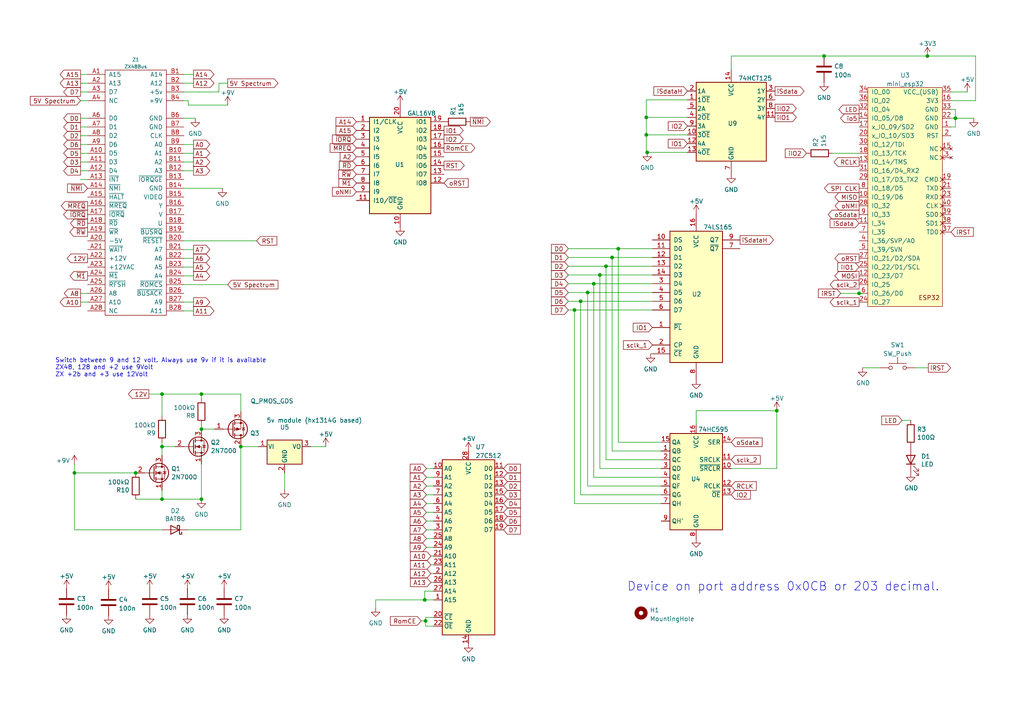
<source format=kicad_sch>
(kicad_sch (version 20250114) (generator "eeschema") (generator_version "9.0")
  (paper "A4")
  (text "Device on port address 0x0CB or 203 decimal." (at 181.864 171.704 0) (effects (font (size 2.5 2.5)) (justify left bottom)))
  (text "Switch between 9 and 12 volt. Always use 9v if it is available\nZX48, 128 and +2 use 9Volt\nZX +2b and +3 use 12Volt" (at 16.002 106.68 0) (effects (font (size 1.27 1.27)) (justify left)))
  (junction (at 175.768 77.216))
  (junction (at 187.452 34.036))
  (junction (at 46.99 114.3))
  (junction (at 179.324 72.136))
  (junction (at 173.99 79.756))
  (junction (at 187.452 39.116))
  (junction (at 268.986 16.256))
  (junction (at 39.37 137.16))
  (junction (at 46.99 144.78))
  (junction (at 187.706 44.196))
  (junction (at 172.212 82.296))
  (junction (at 170.434 84.836))
  (junction (at 123.19 173.99))
  (junction (at 177.546 74.676))
  (junction (at 239.014 16.256))
  (junction (at 58.42 114.3))
  (junction (at 46.99 129.54))
  (junction (at 21.59 137.16))
  (junction (at 225.298 119.126))
  (junction (at 58.42 124.46))
  (junction (at 168.402 87.376))
  (junction (at 69.85 129.54))
  (junction (at 123.444 180.086))
  (junction (at 58.42 144.78))
  (junction (at 166.624 89.916))
  (junction (at 277.114 34.29))
  (junction (at 249.174 85.09))
  (wire (pts (xy 164.846 79.756) (xy 173.99 79.756)))
  (wire (pts (xy 173.99 135.89) (xy 191.77 135.89)))
  (wire (pts (xy 53.34 46.99) (xy 56.134 46.99)))
  (wire (pts (xy 46.99 144.78) (xy 58.42 144.78)))
  (wire (pts (xy 275.844 31.75) (xy 277.114 31.75)))
  (wire (pts (xy 187.452 39.116) (xy 199.39 39.116)))
  (wire (pts (xy 168.402 143.51) (xy 168.402 87.376)))
  (wire (pts (xy 66.04 24.13) (xy 63.5 24.13)))
  (wire (pts (xy 187.452 28.956) (xy 199.39 28.956)))
  (wire (pts (xy 164.846 74.676) (xy 177.546 74.676)))
  (wire (pts (xy 177.546 74.676) (xy 177.546 130.81)))
  (wire (pts (xy 277.114 36.83) (xy 277.114 34.29)))
  (wire (pts (xy 21.59 137.16) (xy 39.37 137.16)))
  (wire (pts (xy 124.968 163.83) (xy 125.73 163.83)))
  (wire (pts (xy 225.298 119.126) (xy 225.298 135.89)))
  (wire (pts (xy 25.4 44.45) (xy 23.368 44.45)))
  (wire (pts (xy 125.73 171.45) (xy 123.19 171.45)))
  (wire (pts (xy 199.39 44.196) (xy 187.706 44.196)))
  (wire (pts (xy 125.73 143.51) (xy 123.698 143.51)))
  (wire (pts (xy 164.846 77.216) (xy 175.768 77.216)))
  (wire (pts (xy 191.77 138.43) (xy 172.212 138.43)))
  (wire (pts (xy 46.99 142.24) (xy 46.99 144.78)))
  (wire (pts (xy 25.4 49.53) (xy 23.368 49.53)))
  (wire (pts (xy 69.85 153.67) (xy 69.85 129.54)))
  (wire (pts (xy 25.4 34.29) (xy 23.368 34.29)))
  (wire (pts (xy 53.34 69.85) (xy 74.422 69.85)))
  (wire (pts (xy 199.39 34.036) (xy 187.452 34.036)))
  (wire (pts (xy 25.4 52.07) (xy 23.368 52.07)))
  (wire (pts (xy 189.23 79.756) (xy 173.99 79.756)))
  (wire (pts (xy 53.34 80.01) (xy 56.134 80.01)))
  (wire (pts (xy 243.84 85.09) (xy 249.174 85.09)))
  (wire (pts (xy 21.59 137.16) (xy 21.59 153.67)))
  (wire (pts (xy 124.968 168.91) (xy 125.73 168.91)))
  (wire (pts (xy 172.212 138.43) (xy 172.212 82.296)))
  (wire (pts (xy 277.114 31.75) (xy 277.114 34.29)))
  (wire (pts (xy 191.77 128.27) (xy 179.324 128.27)))
  (wire (pts (xy 53.34 82.55) (xy 66.04 82.55)))
  (wire (pts (xy 168.402 87.376) (xy 189.23 87.376)))
  (wire (pts (xy 53.34 77.47) (xy 56.134 77.47)))
  (wire (pts (xy 212.09 16.256) (xy 239.014 16.256)))
  (wire (pts (xy 123.444 180.086) (xy 123.444 181.61)))
  (wire (pts (xy 164.846 82.296) (xy 172.212 82.296)))
  (wire (pts (xy 241.554 44.45) (xy 249.174 44.45)))
  (wire (pts (xy 53.34 24.13) (xy 56.134 24.13)))
  (wire (pts (xy 173.99 79.756) (xy 173.99 135.89)))
  (wire (pts (xy 125.73 148.59) (xy 123.698 148.59)))
  (wire (pts (xy 164.846 89.916) (xy 166.624 89.916)))
  (wire (pts (xy 280.543 26.67) (xy 275.844 26.67)))
  (wire (pts (xy 25.4 24.13) (xy 23.368 24.13)))
  (wire (pts (xy 179.324 72.136) (xy 189.23 72.136)))
  (wire (pts (xy 46.99 129.54) (xy 46.99 132.08)))
  (wire (pts (xy 21.59 153.67) (xy 46.99 153.67)))
  (wire (pts (xy 25.4 39.37) (xy 23.368 39.37)))
  (wire (pts (xy 53.34 90.17) (xy 56.134 90.17)))
  (wire (pts (xy 275.844 36.83) (xy 277.114 36.83)))
  (wire (pts (xy 53.34 41.91) (xy 56.134 41.91)))
  (wire (pts (xy 189.23 89.916) (xy 166.624 89.916)))
  (wire (pts (xy 58.42 124.46) (xy 62.23 124.46)))
  (wire (pts (xy 123.698 158.75) (xy 125.73 158.75)))
  (wire (pts (xy 275.844 29.21) (xy 282.956 29.21)))
  (wire (pts (xy 170.434 84.836) (xy 170.434 140.97)))
  (wire (pts (xy 265.43 106.68) (xy 269.24 106.68)))
  (wire (pts (xy 125.73 173.99) (xy 123.19 173.99)))
  (wire (pts (xy 25.4 26.67) (xy 23.368 26.67)))
  (wire (pts (xy 25.4 36.83) (xy 23.368 36.83)))
  (wire (pts (xy 239.014 16.256) (xy 268.986 16.256)))
  (wire (pts (xy 212.09 135.89) (xy 225.298 135.89)))
  (wire (pts (xy 125.73 151.13) (xy 123.698 151.13)))
  (wire (pts (xy 58.42 134.62) (xy 58.42 144.78)))
  (wire (pts (xy 277.114 34.29) (xy 282.448 34.29)))
  (wire (pts (xy 25.4 46.99) (xy 23.368 46.99)))
  (wire (pts (xy 25.4 29.21) (xy 23.368 29.21)))
  (wire (pts (xy 172.212 82.296) (xy 189.23 82.296)))
  (wire (pts (xy 53.34 44.45) (xy 56.134 44.45)))
  (wire (pts (xy 123.19 171.45) (xy 123.19 173.99)))
  (wire (pts (xy 268.986 16.256) (xy 282.956 16.256)))
  (wire (pts (xy 189.23 84.836) (xy 170.434 84.836)))
  (wire (pts (xy 125.73 140.97) (xy 123.698 140.97)))
  (wire (pts (xy 125.73 179.07) (xy 123.444 179.07)))
  (wire (pts (xy 124.968 161.29) (xy 125.73 161.29)))
  (wire (pts (xy 53.34 34.29) (xy 56.642 34.29)))
  (wire (pts (xy 275.844 34.29) (xy 277.114 34.29)))
  (wire (pts (xy 124.968 166.37) (xy 125.73 166.37)))
  (wire (pts (xy 123.19 173.99) (xy 108.966 173.99)))
  (wire (pts (xy 69.85 129.54) (xy 74.93 129.54)))
  (wire (pts (xy 125.73 138.43) (xy 123.698 138.43)))
  (wire (pts (xy 187.452 34.036) (xy 187.452 39.116)))
  (wire (pts (xy 201.93 119.126) (xy 225.298 119.126)))
  (wire (pts (xy 108.966 173.99) (xy 108.966 176.276)))
  (wire (pts (xy 53.34 54.61) (xy 64.516 54.61)))
  (wire (pts (xy 282.956 16.256) (xy 282.956 29.21)))
  (wire (pts (xy 212.09 20.066) (xy 212.09 16.256)))
  (wire (pts (xy 53.34 26.67) (xy 63.5 26.67)))
  (wire (pts (xy 54.61 30.48) (xy 66.04 30.48)))
  (wire (pts (xy 69.85 119.38) (xy 69.85 114.3)))
  (wire (pts (xy 82.55 137.16) (xy 82.55 141.986)))
  (wire (pts (xy 21.59 134.62) (xy 21.59 137.16)))
  (wire (pts (xy 125.73 135.89) (xy 123.698 135.89)))
  (wire (pts (xy 177.546 130.81) (xy 191.77 130.81)))
  (wire (pts (xy 250.19 106.68) (xy 255.27 106.68)))
  (wire (pts (xy 187.452 28.956) (xy 187.452 34.036)))
  (wire (pts (xy 166.624 89.916) (xy 166.624 146.05)))
  (wire (pts (xy 53.34 87.63) (xy 56.134 87.63)))
  (wire (pts (xy 201.93 123.19) (xy 201.93 119.126)))
  (wire (pts (xy 46.99 114.3) (xy 46.99 120.65)))
  (wire (pts (xy 187.452 39.116) (xy 187.452 44.196)))
  (wire (pts (xy 170.434 140.97) (xy 191.77 140.97)))
  (wire (pts (xy 69.85 114.3) (xy 58.42 114.3)))
  (wire (pts (xy 122.174 180.086) (xy 123.444 180.086)))
  (wire (pts (xy 90.17 129.54) (xy 94.488 129.54)))
  (wire (pts (xy 25.4 85.09) (xy 23.368 85.09)))
  (wire (pts (xy 53.34 49.53) (xy 56.134 49.53)))
  (wire (pts (xy 25.4 87.63) (xy 23.368 87.63)))
  (wire (pts (xy 164.846 72.136) (xy 179.324 72.136)))
  (wire (pts (xy 249.174 85.09) (xy 250.19 85.09)))
  (wire (pts (xy 46.99 129.54) (xy 50.8 129.54)))
  (wire (pts (xy 125.73 146.05) (xy 123.698 146.05)))
  (wire (pts (xy 179.324 128.27) (xy 179.324 72.136)))
  (wire (pts (xy 53.34 21.59) (xy 56.134 21.59)))
  (wire (pts (xy 53.34 72.39) (xy 56.134 72.39)))
  (wire (pts (xy 54.61 29.21) (xy 54.61 30.48)))
  (wire (pts (xy 123.698 156.21) (xy 125.73 156.21)))
  (wire (pts (xy 164.846 84.836) (xy 170.434 84.836)))
  (wire (pts (xy 54.61 153.67) (xy 69.85 153.67)))
  (wire (pts (xy 58.42 123.19) (xy 58.42 124.46)))
  (wire (pts (xy 43.18 114.3) (xy 46.99 114.3)))
  (wire (pts (xy 261.62 121.92) (xy 264.16 121.92)))
  (wire (pts (xy 53.34 74.93) (xy 56.134 74.93)))
  (wire (pts (xy 53.34 29.21) (xy 54.61 29.21)))
  (wire (pts (xy 39.37 144.78) (xy 46.99 144.78)))
  (wire (pts (xy 46.99 114.3) (xy 58.42 114.3)))
  (wire (pts (xy 125.73 153.67) (xy 123.698 153.67)))
  (wire (pts (xy 166.624 146.05) (xy 191.77 146.05)))
  (wire (pts (xy 25.4 41.91) (xy 23.368 41.91)))
  (wire (pts (xy 175.768 133.35) (xy 175.768 77.216)))
  (wire (pts (xy 175.768 77.216) (xy 189.23 77.216)))
  (wire (pts (xy 189.23 74.676) (xy 177.546 74.676)))
  (wire (pts (xy 123.444 181.61) (xy 125.73 181.61)))
  (wire (pts (xy 191.77 133.35) (xy 175.768 133.35)))
  (wire (pts (xy 63.5 24.13) (xy 63.5 26.67)))
  (wire (pts (xy 123.444 179.07) (xy 123.444 180.086)))
  (wire (pts (xy 25.4 21.59) (xy 23.368 21.59)))
  (wire (pts (xy 187.706 44.196) (xy 187.452 44.196)))
  (wire (pts (xy 46.99 128.27) (xy 46.99 129.54)))
  (wire (pts (xy 58.42 114.3) (xy 58.42 115.57)))
  (wire (pts (xy 188.722 102.616) (xy 189.23 102.616)))
  (wire (pts (xy 191.77 143.51) (xy 168.402 143.51)))
  (wire (pts (xy 164.846 87.376) (xy 168.402 87.376)))
  (global_label "A0" (shape output) (at 56.134 41.91 0) (property "Intersheetrefs" "${INTERSHEET_REFS}" (effects (hide yes))))
  (global_label "iSdataH" (shape output) (at 214.63 69.596 0) (property "Intersheetrefs" "${INTERSHEET_REFS}" (effects (hide yes))))
  (global_label "D4" (shape output) (at 23.368 49.53 180) (property "Intersheetrefs" "${INTERSHEET_REFS}" (effects (hide yes))))
  (global_label "A10" (shape input) (at 124.968 161.29 180) (property "Intersheetrefs" "${INTERSHEET_REFS}" (effects (hide yes))))
  (global_label "D2" (shape input) (at 146.05 140.97 0) (property "Intersheetrefs" "${INTERSHEET_REFS}" (effects (hide yes))))
  (global_label "RomCE" (shape input) (at 122.174 180.086 180) (property "Intersheetrefs" "${INTERSHEET_REFS}" (effects (hide yes))))
  (global_label "A9" (shape output) (at 56.134 87.63 0) (property "Intersheetrefs" "${INTERSHEET_REFS}" (effects (hide yes))))
  (global_label "MOSI" (shape output) (at 249.174 80.01 180) (property "Intersheetrefs" "${INTERSHEET_REFS}" (effects (hide yes))))
  (global_label "D5" (shape input) (at 146.05 148.59 0) (property "Intersheetrefs" "${INTERSHEET_REFS}" (effects (hide yes))))
  (global_label "D7" (shape input) (at 164.846 89.916 180) (property "Intersheetrefs" "${INTERSHEET_REFS}" (effects (hide yes))))
  (global_label "sclk_2" (shape output) (at 249.174 82.55 180) (property "Intersheetrefs" "${INTERSHEET_REFS}" (effects (hide yes))))
  (global_label "D4" (shape input) (at 164.846 82.296 180) (property "Intersheetrefs" "${INTERSHEET_REFS}" (effects (hide yes))))
  (global_label "5V Spectrum" (shape input) (at 66.04 82.55 0) (property "Intersheetrefs" "${INTERSHEET_REFS}" (effects (hide yes))))
  (global_label "A12" (shape output) (at 56.134 24.13 0) (property "Intersheetrefs" "${INTERSHEET_REFS}" (effects (hide yes))))
  (global_label "SPI CLK" (shape output) (at 249.174 54.61 180) (property "Intersheetrefs" "${INTERSHEET_REFS}" (effects (hide yes))))
  (global_label "MISO" (shape output) (at 249.174 57.15 180) (property "Intersheetrefs" "${INTERSHEET_REFS}" (effects (hide yes))))
  (global_label "~{IORQ}" (shape input) (at 103.378 40.386 180) (property "Intersheetrefs" "${INTERSHEET_REFS}" (effects (hide yes))))
  (global_label "A6" (shape input) (at 123.698 151.13 180) (property "Intersheetrefs" "${INTERSHEET_REFS}" (effects (hide yes))))
  (global_label "D6" (shape input) (at 164.846 87.376 180) (property "Intersheetrefs" "${INTERSHEET_REFS}" (effects (hide yes))))
  (global_label "A4" (shape output) (at 56.134 80.01 0) (property "Intersheetrefs" "${INTERSHEET_REFS}" (effects (hide yes))))
  (global_label "io5" (shape output) (at 249.174 34.29 180) (property "Intersheetrefs" "${INTERSHEET_REFS}" (effects (hide yes))))
  (global_label "D7" (shape output) (at 23.368 26.67 180) (property "Intersheetrefs" "${INTERSHEET_REFS}" (effects (hide yes))))
  (global_label "D0" (shape input) (at 164.846 72.136 180) (property "Intersheetrefs" "${INTERSHEET_REFS}" (effects (hide yes))))
  (global_label "A10" (shape output) (at 23.368 87.63 180) (property "Intersheetrefs" "${INTERSHEET_REFS}" (effects (hide yes))))
  (global_label "D3" (shape output) (at 23.368 46.99 180) (property "Intersheetrefs" "${INTERSHEET_REFS}" (effects (hide yes))))
  (global_label "LED" (shape input) (at 261.62 121.92 180) (property "Intersheetrefs" "${INTERSHEET_REFS}" (effects (hide yes))))
  (global_label "iIO1" (shape output) (at 224.79 34.036 0) (property "Intersheetrefs" "${INTERSHEET_REFS}" (effects (hide yes))))
  (global_label "~{RW}" (shape output) (at 25.4 67.31 180) (property "Intersheetrefs" "${INTERSHEET_REFS}" (effects (hide yes))))
  (global_label "iRST" (shape output) (at 269.24 106.68 0) (property "Intersheetrefs" "${INTERSHEET_REFS}" (effects (hide yes))))
  (global_label "iIO1" (shape input) (at 249.174 77.47 180) (property "Intersheetrefs" "${INTERSHEET_REFS}" (effects (hide yes))))
  (global_label "D2" (shape output) (at 23.368 39.37 180) (property "Intersheetrefs" "${INTERSHEET_REFS}" (effects (hide yes))))
  (global_label "IO2" (shape input) (at 199.39 36.576 180) (property "Intersheetrefs" "${INTERSHEET_REFS}" (effects (hide yes))))
  (global_label "IO1" (shape input) (at 189.23 94.996 180) (property "Intersheetrefs" "${INTERSHEET_REFS}" (effects (hide yes))))
  (global_label "A3" (shape input) (at 123.698 143.51 180) (property "Intersheetrefs" "${INTERSHEET_REFS}" (effects (hide yes))))
  (global_label "A2" (shape output) (at 56.134 46.99 0) (property "Intersheetrefs" "${INTERSHEET_REFS}" (effects (hide yes))))
  (global_label "A1" (shape input) (at 123.698 138.43 180) (property "Intersheetrefs" "${INTERSHEET_REFS}" (effects (hide yes))))
  (global_label "D1" (shape output) (at 23.368 36.83 180) (property "Intersheetrefs" "${INTERSHEET_REFS}" (effects (hide yes))))
  (global_label "iSdata" (shape input) (at 249.174 64.77 180) (property "Intersheetrefs" "${INTERSHEET_REFS}" (effects (hide yes))))
  (global_label "oNMI" (shape input) (at 103.378 55.626 180) (property "Intersheetrefs" "${INTERSHEET_REFS}" (effects (hide yes))))
  (global_label "A8" (shape output) (at 23.368 85.09 180) (property "Intersheetrefs" "${INTERSHEET_REFS}" (effects (hide yes))))
  (global_label "A12" (shape input) (at 124.968 166.37 180) (property "Intersheetrefs" "${INTERSHEET_REFS}" (effects (hide yes))))
  (global_label "5V Spectrum" (shape output) (at 66.04 24.13 0) (property "Intersheetrefs" "${INTERSHEET_REFS}" (effects (hide yes))))
  (global_label "sclk_2" (shape input) (at 212.09 133.35 0) (property "Intersheetrefs" "${INTERSHEET_REFS}" (effects (hide yes))))
  (global_label "IO2" (shape input) (at 212.09 143.51 0) (property "Intersheetrefs" "${INTERSHEET_REFS}" (effects (hide yes))))
  (global_label "A14" (shape input) (at 103.378 35.306 180) (property "Intersheetrefs" "${INTERSHEET_REFS}" (effects (hide yes))))
  (global_label "oSdata" (shape output) (at 249.174 62.23 180) (property "Intersheetrefs" "${INTERSHEET_REFS}" (effects (hide yes))))
  (global_label "RCLK" (shape output) (at 249.174 46.99 180) (property "Intersheetrefs" "${INTERSHEET_REFS}" (effects (hide yes))))
  (global_label "A14" (shape output) (at 56.134 21.59 0) (property "Intersheetrefs" "${INTERSHEET_REFS}" (effects (hide yes))))
  (global_label "~{NMI}" (shape output) (at 136.398 35.306 0) (property "Intersheetrefs" "${INTERSHEET_REFS}" (effects (hide yes))))
  (global_label "LED" (shape output) (at 249.174 31.75 180) (property "Intersheetrefs" "${INTERSHEET_REFS}" (effects (hide yes))))
  (global_label "A8" (shape input) (at 123.698 156.21 180) (property "Intersheetrefs" "${INTERSHEET_REFS}" (effects (hide yes))))
  (global_label "~{MREQ}" (shape input) (at 103.378 42.926 180) (property "Intersheetrefs" "${INTERSHEET_REFS}" (effects (hide yes))))
  (global_label "RST" (shape input) (at 74.422 69.85 0) (property "Intersheetrefs" "${INTERSHEET_REFS}" (effects (hide yes))))
  (global_label "~{MREQ}" (shape output) (at 25.4 59.69 180) (property "Intersheetrefs" "${INTERSHEET_REFS}" (effects (hide yes))))
  (global_label "A11" (shape output) (at 56.134 90.17 0) (property "Intersheetrefs" "${INTERSHEET_REFS}" (effects (hide yes))))
  (global_label "~{M1}" (shape input) (at 103.378 53.086 180) (property "Intersheetrefs" "${INTERSHEET_REFS}" (effects (hide yes))))
  (global_label "oNMI" (shape output) (at 249.174 59.69 180) (property "Intersheetrefs" "${INTERSHEET_REFS}" (effects (hide yes))))
  (global_label "iSdata" (shape output) (at 224.79 26.416 0) (property "Intersheetrefs" "${INTERSHEET_REFS}" (effects (hide yes))))
  (global_label "A11" (shape input) (at 124.968 163.83 180) (property "Intersheetrefs" "${INTERSHEET_REFS}" (effects (hide yes))))
  (global_label "12V" (shape output) (at 25.4 74.93 180) (property "Intersheetrefs" "${INTERSHEET_REFS}" (effects (hide yes))))
  (global_label "A2" (shape input) (at 103.378 45.466 180) (property "Intersheetrefs" "${INTERSHEET_REFS}" (effects (hide yes))))
  (global_label "D7" (shape input) (at 146.05 153.67 0) (property "Intersheetrefs" "${INTERSHEET_REFS}" (effects (hide yes))))
  (global_label "oRST" (shape input) (at 128.778 53.086 0) (property "Intersheetrefs" "${INTERSHEET_REFS}" (effects (hide yes))))
  (global_label "A15" (shape output) (at 23.368 21.59 180) (property "Intersheetrefs" "${INTERSHEET_REFS}" (effects (hide yes))))
  (global_label "A5" (shape output) (at 56.134 77.47 0) (property "Intersheetrefs" "${INTERSHEET_REFS}" (effects (hide yes))))
  (global_label "A13" (shape output) (at 23.368 24.13 180) (property "Intersheetrefs" "${INTERSHEET_REFS}" (effects (hide yes))))
  (global_label "iRST" (shape input) (at 275.844 67.31 0) (property "Intersheetrefs" "${INTERSHEET_REFS}" (effects (hide yes))))
  (global_label "RCLK" (shape input) (at 212.09 140.97 0) (property "Intersheetrefs" "${INTERSHEET_REFS}" (effects (hide yes))))
  (global_label "iSdataH" (shape input) (at 199.39 26.416 180) (property "Intersheetrefs" "${INTERSHEET_REFS}" (effects (hide yes))))
  (global_label "12V" (shape output) (at 43.18 114.3 180) (property "Intersheetrefs" "${INTERSHEET_REFS}" (effects (hide yes))))
  (global_label "A1" (shape output) (at 56.134 44.45 0) (property "Intersheetrefs" "${INTERSHEET_REFS}" (effects (hide yes))))
  (global_label "sclk_1" (shape output) (at 249.174 87.63 180) (property "Intersheetrefs" "${INTERSHEET_REFS}" (effects (hide yes))))
  (global_label "A4" (shape input) (at 123.698 146.05 180) (property "Intersheetrefs" "${INTERSHEET_REFS}" (effects (hide yes))))
  (global_label "RomCE" (shape output) (at 128.778 42.926 0) (property "Intersheetrefs" "${INTERSHEET_REFS}" (effects (hide yes))))
  (global_label "sclk_1" (shape input) (at 189.23 100.076 180) (property "Intersheetrefs" "${INTERSHEET_REFS}" (effects (hide yes))))
  (global_label "oRST" (shape output) (at 249.174 74.93 180) (property "Intersheetrefs" "${INTERSHEET_REFS}" (effects (hide yes))))
  (global_label "IO2" (shape output) (at 128.778 40.386 0) (property "Intersheetrefs" "${INTERSHEET_REFS}" (effects (hide yes))))
  (global_label "A9" (shape input) (at 123.698 158.75 180) (property "Intersheetrefs" "${INTERSHEET_REFS}" (effects (hide yes))))
  (global_label "D4" (shape input) (at 146.05 146.05 0) (property "Intersheetrefs" "${INTERSHEET_REFS}" (effects (hide yes))))
  (global_label "D3" (shape input) (at 146.05 143.51 0) (property "Intersheetrefs" "${INTERSHEET_REFS}" (effects (hide yes))))
  (global_label "D3" (shape input) (at 164.846 79.756 180) (property "Intersheetrefs" "${INTERSHEET_REFS}" (effects (hide yes))))
  (global_label "D1" (shape input) (at 164.846 74.676 180) (property "Intersheetrefs" "${INTERSHEET_REFS}" (effects (hide yes))))
  (global_label "~{RW}" (shape input) (at 103.378 50.546 180) (property "Intersheetrefs" "${INTERSHEET_REFS}" (effects (hide yes))))
  (global_label "iRST" (shape input) (at 243.84 85.09 180) (property "Intersheetrefs" "${INTERSHEET_REFS}" (effects (hide yes))))
  (global_label "A5" (shape input) (at 123.698 148.59 180) (property "Intersheetrefs" "${INTERSHEET_REFS}" (effects (hide yes))))
  (global_label "~{RD}" (shape output) (at 25.4 64.77 180) (property "Intersheetrefs" "${INTERSHEET_REFS}" (effects (hide yes))))
  (global_label "D5" (shape output) (at 23.368 44.45 180) (property "Intersheetrefs" "${INTERSHEET_REFS}" (effects (hide yes))))
  (global_label "~{M1}" (shape output) (at 25.4 80.01 180) (property "Intersheetrefs" "${INTERSHEET_REFS}" (effects (hide yes))))
  (global_label "A7" (shape output) (at 56.134 72.39 0) (property "Intersheetrefs" "${INTERSHEET_REFS}" (effects (hide yes))))
  (global_label "5V Spectrum" (shape input) (at 23.368 29.21 180) (property "Intersheetrefs" "${INTERSHEET_REFS}" (effects (hide yes))))
  (global_label "A13" (shape input) (at 124.968 168.91 180) (property "Intersheetrefs" "${INTERSHEET_REFS}" (effects (hide yes))))
  (global_label "D6" (shape output) (at 23.368 41.91 180) (property "Intersheetrefs" "${INTERSHEET_REFS}" (effects (hide yes))))
  (global_label "iIO2" (shape input) (at 233.934 44.45 180) (property "Intersheetrefs" "${INTERSHEET_REFS}" (effects (hide yes))))
  (global_label "iIO2" (shape output) (at 224.79 31.496 0) (property "Intersheetrefs" "${INTERSHEET_REFS}" (effects (hide yes))))
  (global_label "A7" (shape input) (at 123.698 153.67 180) (property "Intersheetrefs" "${INTERSHEET_REFS}" (effects (hide yes))))
  (global_label "IO1" (shape output) (at 128.778 37.846 0) (property "Intersheetrefs" "${INTERSHEET_REFS}" (effects (hide yes))))
  (global_label "~{NMI}" (shape input) (at 25.4 54.61 180) (property "Intersheetrefs" "${INTERSHEET_REFS}" (effects (hide yes))))
  (global_label "D0" (shape output) (at 23.368 34.29 180) (property "Intersheetrefs" "${INTERSHEET_REFS}" (effects (hide yes))))
  (global_label "A6" (shape output) (at 56.134 74.93 0) (property "Intersheetrefs" "${INTERSHEET_REFS}" (effects (hide yes))))
  (global_label "A3" (shape output) (at 56.134 49.53 0) (property "Intersheetrefs" "${INTERSHEET_REFS}" (effects (hide yes))))
  (global_label "D5" (shape input) (at 164.846 84.836 180) (property "Intersheetrefs" "${INTERSHEET_REFS}" (effects (hide yes))))
  (global_label "D0" (shape input) (at 146.05 135.89 0) (property "Intersheetrefs" "${INTERSHEET_REFS}" (effects (hide yes))))
  (global_label "~{IORQ}" (shape output) (at 25.4 62.23 180) (property "Intersheetrefs" "${INTERSHEET_REFS}" (effects (hide yes))))
  (global_label "A0" (shape input) (at 123.698 135.89 180) (property "Intersheetrefs" "${INTERSHEET_REFS}" (effects (hide yes))))
  (global_label "A2" (shape input) (at 123.698 140.97 180) (property "Intersheetrefs" "${INTERSHEET_REFS}" (effects (hide yes))))
  (global_label "D6" (shape input) (at 146.05 151.13 0) (property "Intersheetrefs" "${INTERSHEET_REFS}" (effects (hide yes))))
  (global_label "RST" (shape output) (at 128.778 48.006 0) (property "Intersheetrefs" "${INTERSHEET_REFS}" (effects (hide yes))))
  (global_label "~{RD}" (shape input) (at 103.378 48.006 180) (property "Intersheetrefs" "${INTERSHEET_REFS}" (effects (hide yes))))
  (global_label "A15" (shape input) (at 103.378 37.846 180) (property "Intersheetrefs" "${INTERSHEET_REFS}" (effects (hide yes))))
  (global_label "IO1" (shape input) (at 199.39 41.656 180) (property "Intersheetrefs" "${INTERSHEET_REFS}" (effects (hide yes))))
  (global_label "D1" (shape input) (at 146.05 138.43 0) (property "Intersheetrefs" "${INTERSHEET_REFS}" (effects (hide yes))))
  (global_label "oSdata" (shape input) (at 212.09 128.27 0) (property "Intersheetrefs" "${INTERSHEET_REFS}" (effects (hide yes))))
  (global_label "D2" (shape input) (at 164.846 77.216 180) (property "Intersheetrefs" "${INTERSHEET_REFS}" (effects (hide yes))))
  (symbol (lib_id "Barts_lib:mini_esp32") (at 261.874 24.13 0) (unit 1)
    (property "Reference" "U3" (at 262.509 21.8272 0))
    (property "Value" "mini_esp32" (at 262.509 24.3641 0))
    (property "Footprint" "Barts:ESP32_mini" (effects (hide yes)))
  )
  (symbol (lib_id "power:GND") (at 201.93 110.236 0) (unit 1)
    (property "Reference" "#PWR0105" (effects (hide yes)))
    (property "Value" "GND" (at 201.93 114.6794 0))
  )
  (symbol (lib_id "power:GND") (at 239.014 23.876 0) (unit 1)
    (property "Reference" "#PWR0133" (effects (hide yes)))
    (property "Value" "GND" (at 239.014 28.3194 0))
  )
  (symbol (lib_id "74HCT125:74HCT125") (at 212.09 37.846 0) (unit 1)
    (property "Reference" "U9" (at 211.074 35.814 0) (effects (justify left)))
    (property "Value" "74HCT125" (at 214.1094 22.7131 0) (effects (justify left)))
    (property "Footprint" "Package_DIP:DIP-14_W7.62mm_Socket_LongPads" (effects (hide yes)))
  )
  (symbol (lib_id "power:GND") (at 43.434 178.308 0) (unit 1)
    (property "Reference" "#PWR0132" (effects (hide yes)))
    (property "Value" "GND" (at 43.434 182.7514 0))
  )
  (symbol (lib_id "Device:C") (at 65.024 174.498 0) (unit 1)
    (property "Reference" "C7" (at 67.945 173.6633 0) (effects (justify left)))
    (property "Value" "100n" (at 67.945 176.2002 0) (effects (justify left)))
    (property "Footprint" "Capacitor_THT:C_Disc_D6.0mm_W2.5mm_P5.00mm" (effects (hide yes)))
  )
  (symbol (lib_id "Device:C") (at 54.356 174.498 0) (unit 1)
    (property "Reference" "C6" (at 57.277 173.6633 0) (effects (justify left)))
    (property "Value" "100n" (at 57.277 176.2002 0) (effects (justify left)))
    (property "Footprint" "Capacitor_THT:C_Disc_D6.0mm_W2.5mm_P5.00mm" (effects (hide yes)))
  )
  (symbol (lib_id "Device:R") (at 237.744 44.45 90) (unit 1)
    (property "Reference" "R2" (at 236.5756 42.672 0) (effects (justify left)))
    (property "Value" "1k5" (at 238.887 42.672 0) (effects (justify left)))
    (property "Footprint" "Resistor_THT:R_Axial_DIN0204_L3.6mm_D1.6mm_P5.08mm_Horizontal" (effects (hide yes)))
  )
  (symbol (lib_id "power:+5V") (at 201.93 61.976 0) (unit 1)
    (property "Reference" "#PWR0109" (effects (hide yes)))
    (property "Value" "+5V" (at 201.93 58.4002 0))
  )
  (symbol (lib_id "power:+9V") (at 21.59 134.62 0) (unit 1)
    (property "Reference" "#PWR01" (effects (hide yes)))
    (property "Value" "+9V" (at 18.288 133.604 0))
  )
  (symbol (lib_id "power:GND") (at 264.16 137.16 0) (unit 1)
    (property "Reference" "#PWR0108" (effects (hide yes)))
    (property "Value" "GND" (at 264.287 141.5542 0))
  )
  (symbol (lib_id "power:+5V") (at 19.304 170.688 0) (unit 1)
    (property "Reference" "#PWR0121" (effects (hide yes)))
    (property "Value" "+5V" (at 19.304 167.1122 0))
  )
  (symbol (lib_id "power:GND") (at 65.024 178.308 0) (unit 1)
    (property "Reference" "#PWR0116" (effects (hide yes)))
    (property "Value" "GND" (at 65.024 182.7514 0))
  )
  (symbol (lib_id "power:+9V") (at 66.04 30.48 0) (unit 1)
    (property "Reference" "#PWR0111" (effects (hide yes)))
    (property "Value" "+9V" (at 66.04 26.9042 0))
  )
  (symbol (lib_id "power:GND") (at 58.42 144.78 0) (unit 1)
    (property "Reference" "#PWR05" (effects (hide yes)))
    (property "Value" "GND" (at 58.42 149.2234 0))
  )
  (symbol (lib_id "Device:R") (at 132.588 35.306 90) (unit 1)
    (property "Reference" "R1" (at 131.4196 33.528 0) (effects (justify left)))
    (property "Value" "1k5" (at 133.731 33.528 0) (effects (justify left)))
    (property "Footprint" "Resistor_THT:R_Axial_DIN0204_L3.6mm_D1.6mm_P5.08mm_Horizontal" (effects (hide yes)))
  )
  (symbol (lib_id "power:GND") (at 116.078 65.786 0) (unit 1)
    (property "Reference" "#PWR0114" (effects (hide yes)))
    (property "Value" "GND" (at 116.078 70.2294 0))
  )
  (symbol (lib_id "Mechanical:MountingHole") (at 185.928 177.8 0) (unit 1)
    (property "Reference" "H1" (at 188.468 176.9653 0) (effects (justify left)))
    (property "Value" "MountingHole" (at 188.468 179.5022 0) (effects (justify left)))
    (property "Footprint" "MountingHole:MountingHole_3.2mm_M3" (effects (hide yes)))
  )
  (symbol (lib_id "power:+5V") (at 135.89 130.81 0) (unit 1)
    (property "Reference" "#PWR0120" (effects (hide yes)))
    (property "Value" "+5V" (at 135.89 127.2342 0))
  )
  (symbol (lib_id "Device:R") (at 46.99 124.46 180) (unit 1)
    (property "Reference" "R9" (at 45.212 125.6284 0) (effects (justify left)))
    (property "Value" "100kΩ" (at 45.212 123.317 0) (effects (justify left)))
    (property "Footprint" "Resistor_THT:R_Axial_DIN0204_L3.6mm_D1.6mm_P5.08mm_Horizontal" (effects (hide yes)))
  )
  (symbol (lib_id "power:GND") (at 56.642 34.29 0) (unit 1)
    (property "Reference" "#PWR0110" (effects (hide yes)))
    (property "Value" "GND" (at 56.642 38.7334 0))
  )
  (symbol (lib_id "power:GND") (at 282.448 34.29 0) (unit 1)
    (property "Reference" "#PWR0101" (effects (hide yes)))
    (property "Value" "GND" (at 282.448 38.7334 0))
  )
  (symbol (lib_id "power:GND") (at 108.966 176.276 0) (unit 1)
    (property "Reference" "#PWR0113" (effects (hide yes)))
    (property "Value" "GND" (at 108.966 180.7194 0))
  )
  (symbol (lib_id "power:GND") (at 82.55 141.986 0) (unit 1)
    (property "Reference" "#PWR0126" (effects (hide yes)))
    (property "Value" "GND" (at 82.55 146.4294 0))
  )
  (symbol (lib_id "Device:C") (at 19.304 174.498 0) (unit 1)
    (property "Reference" "C3" (at 22.225 173.6633 0) (effects (justify left)))
    (property "Value" "100n" (at 22.225 176.2002 0) (effects (justify left)))
    (property "Footprint" "Capacitor_THT:C_Disc_D6.0mm_W2.5mm_P5.00mm" (effects (hide yes)))
  )
  (symbol (lib_id "power:GND") (at 64.516 54.61 0) (unit 1)
    (property "Reference" "#PWR0123" (effects (hide yes)))
    (property "Value" "GND" (at 64.516 59.0534 0))
  )
  (symbol (lib_id "Device:C") (at 239.014 20.066 0) (unit 1)
    (property "Reference" "C8" (at 241.935 19.2313 0) (effects (justify left)))
    (property "Value" "100n" (at 241.935 21.7682 0) (effects (justify left)))
    (property "Footprint" "Capacitor_THT:C_Disc_D6.0mm_W2.5mm_P5.00mm" (effects (hide yes)))
  )
  (symbol (lib_id "power:GND") (at 54.356 178.308 0) (unit 1)
    (property "Reference" "#PWR0129" (effects (hide yes)))
    (property "Value" "GND" (at 54.356 182.7514 0))
  )
  (symbol (lib_id "power:GND") (at 19.304 178.308 0) (unit 1)
    (property "Reference" "#PWR0127" (effects (hide yes)))
    (property "Value" "GND" (at 19.304 182.7514 0))
  )
  (symbol (lib_id "Device:R") (at 39.37 140.97 180) (unit 1)
    (property "Reference" "R10" (at 37.592 142.1384 0) (effects (justify left)))
    (property "Value" "100kΩ" (at 37.592 139.827 0) (effects (justify left)))
    (property "Footprint" "Resistor_THT:R_Axial_DIN0204_L3.6mm_D1.6mm_P5.08mm_Horizontal" (effects (hide yes)))
  )
  (symbol (lib_id "Device:C") (at 43.434 174.498 0) (unit 1)
    (property "Reference" "C5" (at 46.355 173.6633 0) (effects (justify left)))
    (property "Value" "100n" (at 46.355 176.2002 0) (effects (justify left)))
    (property "Footprint" "Capacitor_THT:C_Disc_D6.0mm_W2.5mm_P5.00mm" (effects (hide yes)))
  )
  (symbol (lib_id "power:+5V") (at 43.434 170.688 0) (unit 1)
    (property "Reference" "#PWR0131" (effects (hide yes)))
    (property "Value" "+5V" (at 43.434 167.1122 0))
  )
  (symbol (lib_id "power:GND") (at 187.706 44.196 0) (unit 1)
    (property "Reference" "#PWR0134" (effects (hide yes)))
    (property "Value" "GND" (at 187.706 48.641 0))
  )
  (symbol (lib_id "power:+5V") (at 31.496 170.942 0) (unit 1)
    (property "Reference" "#PWR0117" (effects (hide yes)))
    (property "Value" "+5V" (at 31.496 167.3662 0))
  )
  (symbol (lib_id "Device:R") (at 58.42 119.38 180) (unit 1)
    (property "Reference" "R8" (at 56.642 120.5484 0) (effects (justify left)))
    (property "Value" "100kΩ" (at 56.642 118.237 0) (effects (justify left)))
    (property "Footprint" "Resistor_THT:R_Axial_DIN0204_L3.6mm_D1.6mm_P5.08mm_Horizontal" (effects (hide yes)))
  )
  (symbol (lib_id "zxbus:ZX48Bus") (at 30.48 102.87 0) (unit 1)
    (property "Reference" "Z1" (at 39.37 17.3097 0) (effects (font (size 0.9906 0.9906))))
    (property "Value" "ZX48Bus" (at 39.37 19.3444 0) (effects (font (size 0.9906 0.9906))))
    (property "Footprint" "Barts:ZX_Bus_Edge_Connector" (effects (hide yes)))
  )
  (symbol (lib_id "power:GND") (at 31.496 178.562 0) (unit 1)
    (property "Reference" "#PWR0128" (effects (hide yes)))
    (property "Value" "GND" (at 31.496 183.0054 0))
  )
  (symbol (lib_id "power:GND") (at 135.89 186.69 0) (unit 1)
    (property "Reference" "#PWR0119" (effects (hide yes)))
    (property "Value" "GND" (at 135.89 191.1334 0))
  )
  (symbol (lib_id "power:GND") (at 250.19 106.68 0) (unit 1)
    (property "Reference" "#PWR0107" (effects (hide yes)))
    (property "Value" "GND" (at 250.317 111.0742 0))
  )
  (symbol (lib_id "power:+5V") (at 65.024 170.688 0) (unit 1)
    (property "Reference" "#PWR0115" (effects (hide yes)))
    (property "Value" "+5V" (at 65.024 167.1122 0))
  )
  (symbol (lib_id "Device:LED") (at 264.16 133.35 90) (unit 1)
    (property "Reference" "D1" (at 267.1318 132.3594 90) (effects (justify right)))
    (property "Value" "LED" (at 267.1318 134.6708 90) (effects (justify right)))
    (property "Footprint" "LED_THT:LED_D3.0mm" (effects (hide yes)))
  )
  (symbol (lib_id "Transistor_FET:2N7000") (at 55.88 129.54 0) (unit 1)
    (property "Reference" "Q2" (at 61.087 128.3278 0) (effects (justify left)))
    (property "Value" "2N7000" (at 61.087 130.7521 0) (effects (justify left)))
    (property "Footprint" "Package_TO_SOT_THT:TO-92_Inline" (effects (hide yes)))
    (property "Datasheet" "https://www.vishay.com/docs/70226/70226.pdf" (effects (hide yes)))
    (property "Description" "0.2A Id, 200V Vds, N-Channel MOSFET, 2.6V Logic Level, TO-92" (effects (hide yes)))
  )
  (symbol (lib_id "Memory_EPROM:27C512") (at 135.89 158.75 0) (unit 1)
    (property "Reference" "U7" (at 137.9094 129.6502 0) (effects (justify left)))
    (property "Value" "27C512" (at 137.9094 132.1871 0) (effects (justify left)))
    (property "Footprint" "Package_DIP:DIP-28_W15.24mm_Socket_LongPads" (effects (hide yes)))
    (property "Datasheet" "http://ww1.microchip.com/downloads/en/DeviceDoc/doc0015.pdf" (effects (hide yes)))
  )
  (symbol (lib_id "Transistor_FET:Q_PMOS_GDS") (at 67.31 124.46 0) (mirror x) (unit 1)
    (property "Reference" "Q3" (at 72.517 125.6722 0) (effects (justify left)))
    (property "Value" "Q_PMOS_GDS" (at 72.644 116.332 0) (effects (justify left)))
    (property "Footprint" "Package_TO_SOT_SMD:SOT-223-3_TabPin2" (effects (hide yes)))
    (property "Description" "P-MOSFET transistor, gate/drain/source" (effects (hide yes)))
  )
  (symbol (lib_id "Device:D_Schottky") (at 50.8 153.67 180) (unit 1)
    (property "Reference" "D2" (at 50.8 148.1836 0))
    (property "Value" "BAT86" (at 50.8 150.495 0))
    (property "Footprint" "Diode_THT:D_DO-34_SOD68_P7.62mm_Horizontal" (effects (hide yes)))
  )
  (symbol (lib_id "power:GND") (at 188.722 102.616 0) (unit 1)
    (property "Reference" "#PWR0125" (effects (hide yes)))
    (property "Value" "GND" (at 188.722 107.0594 0))
  )
  (symbol (lib_id "Device:R") (at 264.16 125.73 0) (unit 1)
    (property "Reference" "R3" (at 265.938 124.5616 0) (effects (justify left)))
    (property "Value" "100Ω" (at 265.938 126.873 0) (effects (justify left)))
    (property "Footprint" "Resistor_THT:R_Axial_DIN0204_L3.6mm_D1.6mm_P5.08mm_Horizontal" (effects (hide yes)))
  )
  (symbol (lib_id "power:+3.3V") (at 268.986 16.256 0) (unit 1)
    (property "Reference" "#PWR0104" (effects (hide yes)))
    (property "Value" "+3V3" (at 268.986 12.6802 0))
  )
  (symbol (lib_id "Regulator_Linear:KA78M05_TO252") (at 82.55 129.54 0) (unit 1)
    (property "Reference" "U5" (at 82.55 123.9352 0))
    (property "Value" "5v module (hx1314G based)" (at 91.186 121.92 0))
    (property "Footprint" "Barts:5v_switching_TO220" (effects (hide yes)))
    (property "Datasheet" "http://www.fairchildsemi.com/ds/LM/LM78M05.pdf" (effects (hide yes)))
  )
  (symbol (lib_id "power:+5V") (at 116.078 30.226 0) (unit 1)
    (property "Reference" "#PWR0112" (effects (hide yes)))
    (property "Value" "+5V" (at 116.078 26.6502 0))
  )
  (symbol (lib_id "power:GND") (at 201.93 156.21 0) (unit 1)
    (property "Reference" "#PWR0106" (effects (hide yes)))
    (property "Value" "GND" (at 201.93 160.6534 0))
  )
  (symbol (lib_id "power:+5V") (at 225.298 119.126 0) (unit 1)
    (property "Reference" "#PWR0118" (effects (hide yes)))
    (property "Value" "+5V" (at 225.298 115.5502 0))
  )
  (symbol (lib_id "74xx:74HCT595") (at 201.93 138.43 0) (mirror y) (unit 1)
    (property "Reference" "U4" (at 200.406 138.938 0) (effects (justify right)))
    (property "Value" "74HC595" (at 202.4506 124.5671 0) (effects (justify right)))
    (property "Footprint" "Package_DIP:DIP-16_W7.62mm_Socket_LongPads" (effects (hide yes)))
    (property "Datasheet" "https://assets.nexperia.com/documents/data-sheet/74HC_HCT595.pdf" (effects (hide yes)))
  )
  (symbol (lib_id "Logic_Programmable:GAL16V8") (at 116.078 48.006 0) (unit 1)
    (property "Reference" "U1" (at 114.554 47.752 0) (effects (justify left)))
    (property "Value" "GAL16V8" (at 118.0974 32.8731 0) (effects (justify left)))
    (property "Footprint" "Package_DIP:DIP-20_W7.62mm_Socket_LongPads" (effects (hide yes)))
  )
  (symbol (lib_id "power:+5V") (at 54.356 170.688 0) (unit 1)
    (property "Reference" "#PWR0130" (effects (hide yes)))
    (property "Value" "+5V" (at 54.356 167.1122 0))
  )
  (symbol (lib_id "Switch:SW_Push") (at 260.35 106.68 0) (unit 1) (in_bom no)
    (property "Reference" "SW1" (at 260.35 100.0592 0))
    (property "Value" "SW_Push" (at 260.35 102.5961 0))
    (property "Footprint" "Barts_Footprints:SW_PUSH_HALF_6mm" (effects (hide yes)))
  )
  (symbol (lib_id "power:GND") (at 212.09 50.546 0) (unit 1)
    (property "Reference" "#PWR0103" (effects (hide yes)))
    (property "Value" "GND" (at 212.09 54.991 0))
  )
  (symbol (lib_id "Transistor_FET:2N7000") (at 44.45 137.16 0) (unit 1)
    (property "Reference" "Q1" (at 49.657 135.9478 0) (effects (justify left)))
    (property "Value" "2N7000" (at 49.657 138.3721 0) (effects (justify left)))
    (property "Footprint" "Package_TO_SOT_THT:TO-92_Inline" (effects (hide yes)))
    (property "Datasheet" "https://www.vishay.com/docs/70226/70226.pdf" (effects (hide yes)))
    (property "Description" "0.2A Id, 200V Vds, N-Channel MOSFET, 2.6V Logic Level, TO-92" (effects (hide yes)))
  )
  (symbol (lib_id "power:+5V") (at 280.543 26.67 0) (unit 1)
    (property "Reference" "#PWR0102" (effects (hide yes)))
    (property "Value" "+5V" (at 280.543 23.0942 0))
  )
  (symbol (lib_id "power:+5V") (at 94.488 129.54 0) (unit 1)
    (property "Reference" "#PWR0124" (effects (hide yes)))
    (property "Value" "+5V" (at 94.488 125.9642 0))
  )
  (symbol (lib_id "Device:C") (at 31.496 174.752 0) (unit 1)
    (property "Reference" "C4" (at 34.417 173.9173 0) (effects (justify left)))
    (property "Value" "100n" (at 34.417 176.4542 0) (effects (justify left)))
    (property "Footprint" "Capacitor_THT:C_Disc_D6.0mm_W2.5mm_P5.00mm" (effects (hide yes)))
  )
  (symbol (lib_id "74hc597:74LS165") (at 201.93 84.836 0) (unit 1)
    (property "Reference" "U2" (at 200.66 85.344 0) (effects (justify left)))
    (property "Value" "74LS165" (at 203.9494 65.8931 0) (effects (justify left)))
    (property "Footprint" "Package_DIP:DIP-16_W7.62mm_Socket_LongPads" (effects (hide yes)))
    (property "Datasheet" "http://www.ti.com/lit/gpn/sn74LS165" (effects (hide yes)))
  )
)
</source>
